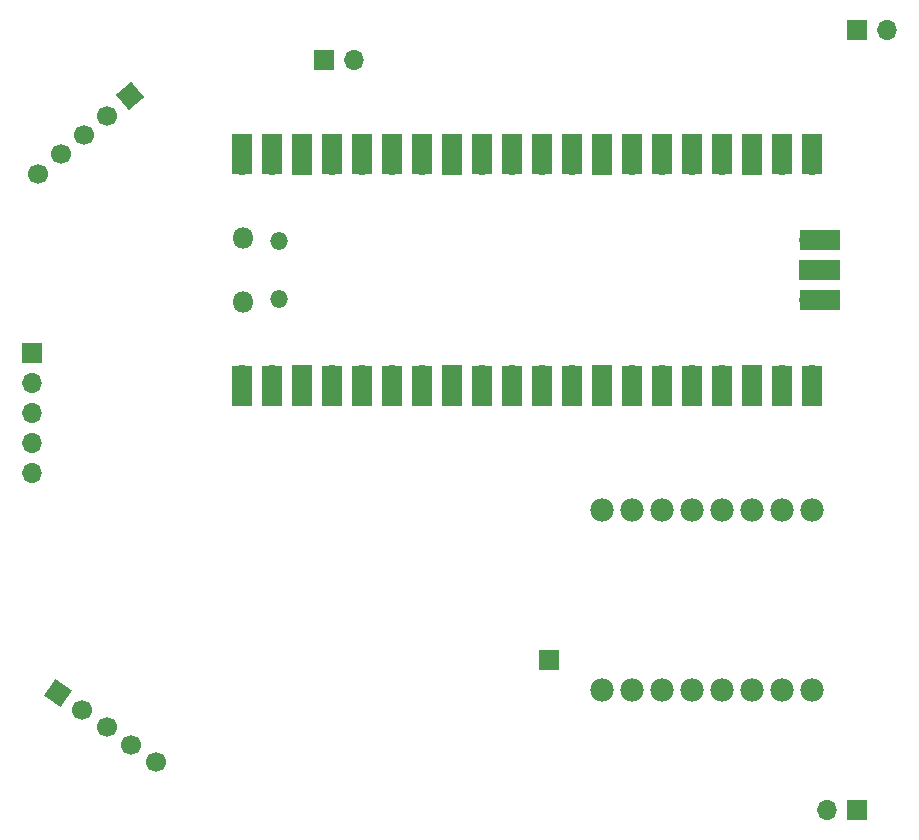
<source format=gts>
G04 #@! TF.GenerationSoftware,KiCad,Pcbnew,(6.0.9)*
G04 #@! TF.CreationDate,2022-12-03T11:20:38+05:30*
G04 #@! TF.ProjectId,micromouseus,6d696372-6f6d-46f7-9573-6575732e6b69,rev?*
G04 #@! TF.SameCoordinates,Original*
G04 #@! TF.FileFunction,Soldermask,Top*
G04 #@! TF.FilePolarity,Negative*
%FSLAX46Y46*%
G04 Gerber Fmt 4.6, Leading zero omitted, Abs format (unit mm)*
G04 Created by KiCad (PCBNEW (6.0.9)) date 2022-12-03 11:20:38*
%MOMM*%
%LPD*%
G01*
G04 APERTURE LIST*
G04 Aperture macros list*
%AMHorizOval*
0 Thick line with rounded ends*
0 $1 width*
0 $2 $3 position (X,Y) of the first rounded end (center of the circle)*
0 $4 $5 position (X,Y) of the second rounded end (center of the circle)*
0 Add line between two ends*
20,1,$1,$2,$3,$4,$5,0*
0 Add two circle primitives to create the rounded ends*
1,1,$1,$2,$3*
1,1,$1,$4,$5*%
%AMRotRect*
0 Rectangle, with rotation*
0 The origin of the aperture is its center*
0 $1 length*
0 $2 width*
0 $3 Rotation angle, in degrees counterclockwise*
0 Add horizontal line*
21,1,$1,$2,0,0,$3*%
G04 Aperture macros list end*
%ADD10O,1.800000X1.800000*%
%ADD11O,1.500000X1.500000*%
%ADD12O,1.700000X1.700000*%
%ADD13R,1.700000X3.500000*%
%ADD14R,1.700000X1.700000*%
%ADD15R,3.500000X1.700000*%
%ADD16C,1.980000*%
%ADD17RotRect,1.700000X1.700000X55.000000*%
%ADD18HorizOval,1.700000X0.000000X0.000000X0.000000X0.000000X0*%
%ADD19RotRect,1.700000X1.700000X310.000000*%
%ADD20HorizOval,1.700000X0.000000X0.000000X0.000000X0.000000X0*%
G04 APERTURE END LIST*
D10*
X130940000Y-73475000D03*
X130940000Y-78925000D03*
D11*
X133970000Y-78625000D03*
X133970000Y-73775000D03*
D12*
X130810000Y-85090000D03*
D13*
X130810000Y-85990000D03*
D12*
X133350000Y-85090000D03*
D13*
X133350000Y-85990000D03*
X135890000Y-85990000D03*
D14*
X135890000Y-85090000D03*
D12*
X138430000Y-85090000D03*
D13*
X138430000Y-85990000D03*
D12*
X140970000Y-85090000D03*
D13*
X140970000Y-85990000D03*
D12*
X143510000Y-85090000D03*
D13*
X143510000Y-85990000D03*
X146050000Y-85990000D03*
D12*
X146050000Y-85090000D03*
D14*
X148590000Y-85090000D03*
D13*
X148590000Y-85990000D03*
X151130000Y-85990000D03*
D12*
X151130000Y-85090000D03*
X153670000Y-85090000D03*
D13*
X153670000Y-85990000D03*
X156210000Y-85990000D03*
D12*
X156210000Y-85090000D03*
X158750000Y-85090000D03*
D13*
X158750000Y-85990000D03*
D14*
X161290000Y-85090000D03*
D13*
X161290000Y-85990000D03*
X163830000Y-85990000D03*
D12*
X163830000Y-85090000D03*
X166370000Y-85090000D03*
D13*
X166370000Y-85990000D03*
X168910000Y-85990000D03*
D12*
X168910000Y-85090000D03*
D13*
X171450000Y-85990000D03*
D12*
X171450000Y-85090000D03*
D13*
X173990000Y-85990000D03*
D14*
X173990000Y-85090000D03*
D12*
X176530000Y-85090000D03*
D13*
X176530000Y-85990000D03*
X179070000Y-85990000D03*
D12*
X179070000Y-85090000D03*
D13*
X179070000Y-66410000D03*
D12*
X179070000Y-67310000D03*
D13*
X176530000Y-66410000D03*
D12*
X176530000Y-67310000D03*
D13*
X173990000Y-66410000D03*
D14*
X173990000Y-67310000D03*
D12*
X171450000Y-67310000D03*
D13*
X171450000Y-66410000D03*
X168910000Y-66410000D03*
D12*
X168910000Y-67310000D03*
D13*
X166370000Y-66410000D03*
D12*
X166370000Y-67310000D03*
X163830000Y-67310000D03*
D13*
X163830000Y-66410000D03*
D14*
X161290000Y-67310000D03*
D13*
X161290000Y-66410000D03*
D12*
X158750000Y-67310000D03*
D13*
X158750000Y-66410000D03*
X156210000Y-66410000D03*
D12*
X156210000Y-67310000D03*
X153670000Y-67310000D03*
D13*
X153670000Y-66410000D03*
D12*
X151130000Y-67310000D03*
D13*
X151130000Y-66410000D03*
X148590000Y-66410000D03*
D14*
X148590000Y-67310000D03*
D13*
X146050000Y-66410000D03*
D12*
X146050000Y-67310000D03*
D13*
X143510000Y-66410000D03*
D12*
X143510000Y-67310000D03*
X140970000Y-67310000D03*
D13*
X140970000Y-66410000D03*
X138430000Y-66410000D03*
D12*
X138430000Y-67310000D03*
D13*
X135890000Y-66410000D03*
D14*
X135890000Y-67310000D03*
D13*
X133350000Y-66410000D03*
D12*
X133350000Y-67310000D03*
X130810000Y-67310000D03*
D13*
X130810000Y-66410000D03*
D15*
X179740000Y-78740000D03*
D12*
X178840000Y-78740000D03*
D14*
X178840000Y-76200000D03*
D15*
X179740000Y-76200000D03*
D12*
X178840000Y-73660000D03*
D15*
X179740000Y-73660000D03*
D16*
X161290000Y-111760000D03*
X163830000Y-111760000D03*
X166370000Y-111760000D03*
X168910000Y-111760000D03*
X171450000Y-111760000D03*
X173990000Y-111760000D03*
X176530000Y-111760000D03*
X179070000Y-111760000D03*
X179070000Y-96520000D03*
X176530000Y-96520000D03*
X173990000Y-96520000D03*
X171450000Y-96520000D03*
X168910000Y-96520000D03*
X166370000Y-96520000D03*
X163830000Y-96520000D03*
X161290000Y-96520000D03*
D17*
X115218708Y-112021232D03*
D18*
X117299354Y-113478116D03*
X119380000Y-114935000D03*
X121460647Y-116391884D03*
X123541293Y-117848769D03*
D14*
X182880000Y-55880000D03*
D12*
X185420000Y-55880000D03*
D14*
X182880000Y-121920000D03*
D12*
X180340000Y-121920000D03*
D19*
X121362676Y-61507853D03*
D20*
X119416923Y-63140534D03*
X117471170Y-64773214D03*
X115525417Y-66405895D03*
X113579664Y-68038575D03*
D14*
X156845000Y-109220000D03*
X113030000Y-83190000D03*
D12*
X113030000Y-85730000D03*
X113030000Y-88270000D03*
X113030000Y-90810000D03*
X113030000Y-93350000D03*
D14*
X137790000Y-58420000D03*
D12*
X140330000Y-58420000D03*
M02*

</source>
